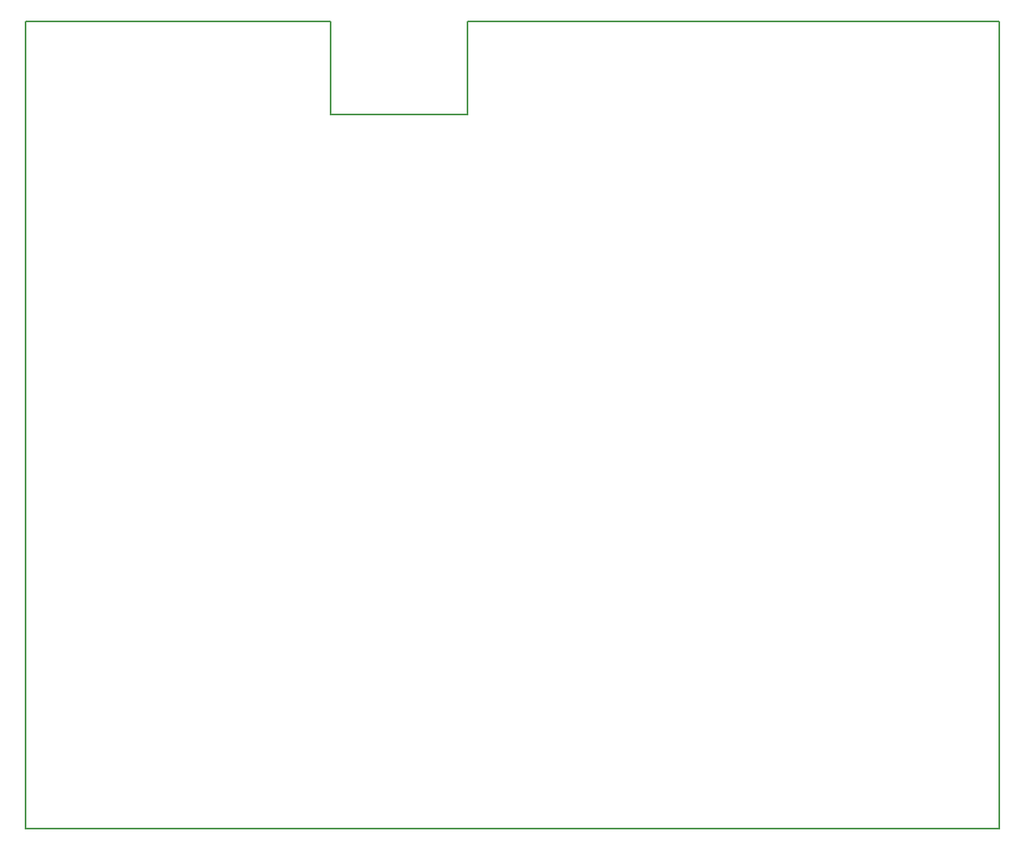
<source format=gko>
G04*
G04 #@! TF.GenerationSoftware,Altium Limited,Altium Designer,19.0.9 (268)*
G04*
G04 Layer_Color=16711935*
%FSLAX25Y25*%
%MOIN*%
G70*
G01*
G75*
%ADD10C,0.00787*%
%ADD18C,0.00394*%
D10*
X116191Y-0D02*
X123366D01*
X0Y0D02*
X38730Y-0D01*
X38730Y0D01*
X116191Y-0D01*
X-0Y-326772D02*
X393701Y-326772D01*
X178740Y0D02*
X393701Y0D01*
X123366Y-37559D02*
X178740Y-37559D01*
X393701Y-326772D02*
X393701Y0D01*
X-0Y-326772D02*
X0Y0D01*
X178740Y-37559D02*
X178740Y0D01*
X123366Y-37559D02*
X123366Y-0D01*
D18*
X-0Y-326772D02*
X393701Y-326772D01*
X178740Y0D02*
X393701Y0D01*
X0D02*
X123386Y-0D01*
X123386Y-37480D02*
X178740Y-37480D01*
X393701Y-326772D02*
X393701Y0D01*
X-0Y-326772D02*
X0Y0D01*
X178740Y-37480D02*
X178740Y0D01*
X123386Y-37480D02*
X123386Y-0D01*
M02*

</source>
